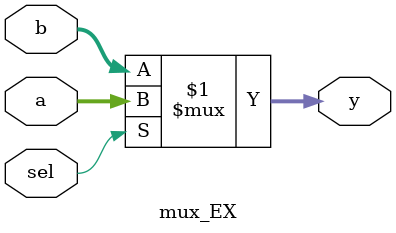
<source format=v>
`timescale 1ns / 1ps

module mux_EX( a, b, sel, y);
     input[4:0] a, b;
     input sel;
     output[4:0] y;
     assign y = sel ? a: b;
endmodule


</source>
